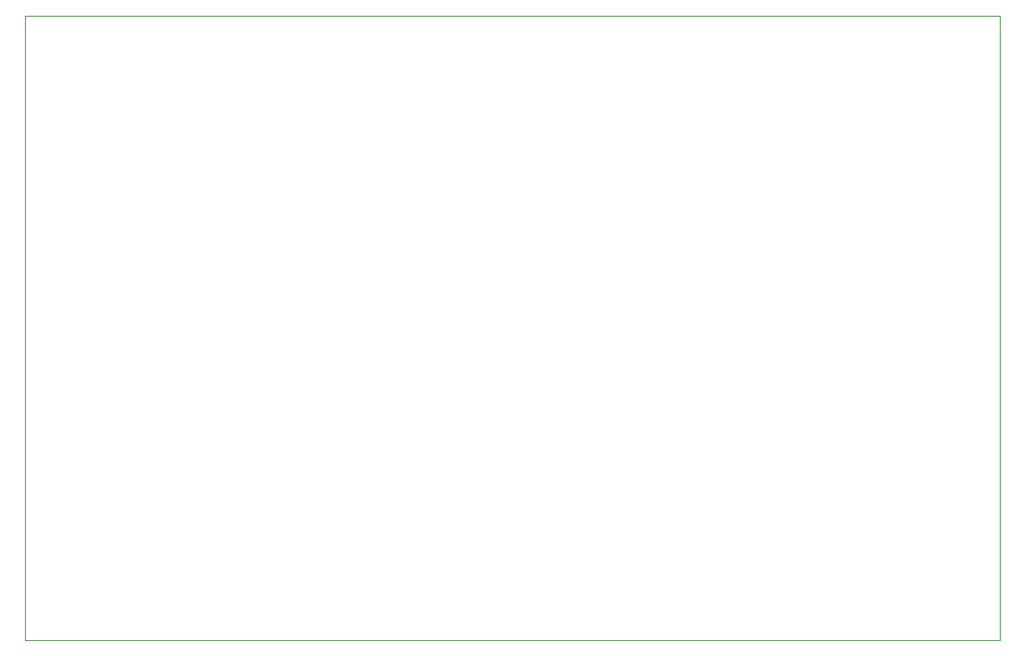
<source format=gbr>
%TF.GenerationSoftware,KiCad,Pcbnew,(5.1.9)-1*%
%TF.CreationDate,2021-06-08T03:56:04-03:00*%
%TF.ProjectId,amp1000,616d7031-3030-4302-9e6b-696361645f70,rev?*%
%TF.SameCoordinates,Original*%
%TF.FileFunction,Profile,NP*%
%FSLAX46Y46*%
G04 Gerber Fmt 4.6, Leading zero omitted, Abs format (unit mm)*
G04 Created by KiCad (PCBNEW (5.1.9)-1) date 2021-06-08 03:56:04*
%MOMM*%
%LPD*%
G01*
G04 APERTURE LIST*
%TA.AperFunction,Profile*%
%ADD10C,0.050000*%
%TD*%
G04 APERTURE END LIST*
D10*
X179070000Y-128270000D02*
X80010000Y-128270000D01*
X179070000Y-64770000D02*
X179070000Y-128270000D01*
X80010000Y-64770000D02*
X179070000Y-64770000D01*
X80010000Y-128270000D02*
X80010000Y-64770000D01*
M02*

</source>
